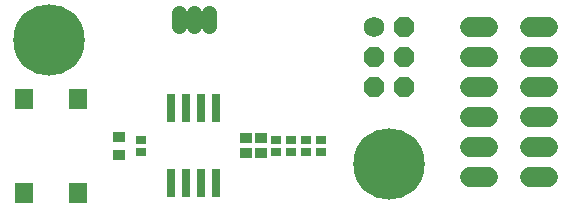
<source format=gts>
G04 EAGLE Gerber RS-274X export*
G75*
%MOMM*%
%FSLAX34Y34*%
%LPD*%
%INSoldermask Top*%
%IPPOS*%
%AMOC8*
5,1,8,0,0,1.08239X$1,22.5*%
G01*
%ADD10C,1.311200*%
%ADD11C,1.727200*%
%ADD12C,6.045200*%
%ADD13C,1.727200*%
%ADD14P,1.869504X8X292.500000*%
%ADD15R,0.703200X2.403200*%
%ADD16R,0.903200X0.803200*%
%ADD17R,1.103200X0.903200*%
%ADD18R,1.503200X1.753200*%
%ADD19R,1.115000X0.815000*%


D10*
X177800Y164560D02*
X177800Y175640D01*
X165100Y175640D02*
X165100Y164560D01*
X152400Y164560D02*
X152400Y175640D01*
D11*
X398780Y163750D02*
X414020Y163750D01*
X414020Y138350D02*
X398780Y138350D01*
X398780Y112950D02*
X414020Y112950D01*
X414020Y87550D02*
X398780Y87550D01*
X398780Y62150D02*
X414020Y62150D01*
X414020Y36750D02*
X398780Y36750D01*
X449580Y163750D02*
X464820Y163750D01*
X464820Y138350D02*
X449580Y138350D01*
X449580Y112950D02*
X464820Y112950D01*
X464820Y87550D02*
X449580Y87550D01*
X449580Y62150D02*
X464820Y62150D01*
X464820Y36750D02*
X449580Y36750D01*
D12*
X331000Y48000D03*
X43000Y153000D03*
D13*
X317500Y163750D03*
D14*
X317500Y138350D03*
X317500Y112950D03*
X342900Y163750D03*
X342900Y138350D03*
X342900Y112950D03*
D15*
X184150Y95040D03*
X171550Y95040D03*
X158850Y95040D03*
X146150Y95040D03*
X184150Y31960D03*
X171450Y31960D03*
X158750Y31960D03*
X146050Y31960D03*
D16*
X234950Y58500D03*
X234950Y68500D03*
X120650Y58500D03*
X120650Y68500D03*
X260350Y58500D03*
X260350Y68500D03*
X247650Y58500D03*
X247650Y68500D03*
X273050Y58500D03*
X273050Y68500D03*
D17*
X209550Y57000D03*
X209550Y70000D03*
X222250Y57000D03*
X222250Y70000D03*
D18*
X66950Y23750D03*
X66950Y103250D03*
X21950Y23750D03*
X21950Y103250D03*
D19*
X101600Y71000D03*
X101600Y56000D03*
M02*

</source>
